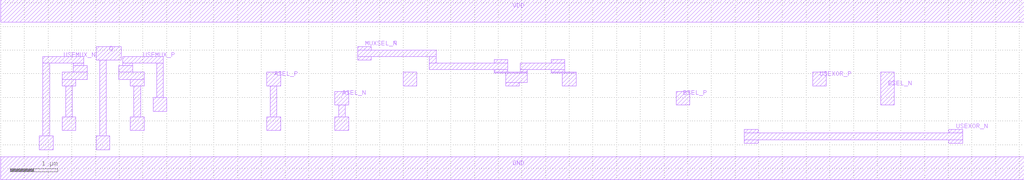
<source format=lef>
MACRO LOFTY
 CLASS CORE ;
 FOREIGN LOFTY 0 0 ;
 ORIGIN 0 0 ;
 SYMMETRY X Y R90 ;
 SITE CORE ;
  PIN VDD
   DIRECTION INOUT ;
   USE SIGNAL ;
   SHAPE ABUTMENT ;
    PORT
     CLASS CORE ;
       LAYER metal2 ;
        RECT 0.00000000 3.09000000 21.60000000 3.57000000 ;
    END
  END VDD

  PIN GND
   DIRECTION INOUT ;
   USE SIGNAL ;
   SHAPE ABUTMENT ;
    PORT
     CLASS CORE ;
       LAYER metal2 ;
        RECT 0.00000000 -0.24000000 21.60000000 0.24000000 ;
    END
  END GND

  PIN Q
   DIRECTION INOUT ;
   USE SIGNAL ;
   SHAPE ABUTMENT ;
    PORT
     CLASS CORE ;
       LAYER metal2 ;
        RECT 2.01500000 0.39500000 2.30500000 0.68500000 ;
        RECT 2.09000000 0.68500000 2.23000000 2.28500000 ;
        RECT 2.01500000 2.28500000 2.54500000 2.57500000 ;
    END
  END Q

  PIN ASEL_P
   DIRECTION INOUT ;
   USE SIGNAL ;
   SHAPE ABUTMENT ;
    PORT
     CLASS CORE ;
       LAYER metal2 ;
        RECT 5.61500000 0.80000000 5.90500000 1.09000000 ;
        RECT 5.69000000 1.09000000 5.83000000 1.74500000 ;
        RECT 5.61500000 1.74500000 5.90500000 2.03500000 ;
    END
  END ASEL_P

  PIN USEXOR_N
   DIRECTION INOUT ;
   USE SIGNAL ;
   SHAPE ABUTMENT ;
    PORT
     CLASS CORE ;
       LAYER metal2 ;
        RECT 15.69500000 0.53000000 15.98500000 0.60500000 ;
        RECT 20.01500000 0.53000000 20.30500000 0.60500000 ;
        RECT 15.69500000 0.60500000 20.30500000 0.74500000 ;
        RECT 15.69500000 0.74500000 15.98500000 0.82000000 ;
        RECT 20.01500000 0.74500000 20.30500000 0.82000000 ;
    END
  END USEXOR_N

  PIN USEMUX_N
   DIRECTION INOUT ;
   USE SIGNAL ;
   SHAPE ABUTMENT ;
    PORT
     CLASS CORE ;
       LAYER metal2 ;
        RECT 0.81500000 0.39500000 1.10500000 0.68500000 ;
        RECT 1.29500000 0.80000000 1.58500000 1.09000000 ;
        RECT 1.37000000 1.09000000 1.51000000 1.74500000 ;
        RECT 1.29500000 1.74500000 1.58500000 1.88000000 ;
        RECT 1.29500000 1.88000000 1.82500000 2.03500000 ;
        RECT 1.53500000 2.03500000 1.82500000 2.17000000 ;
        RECT 0.89000000 0.68500000 1.03000000 2.22500000 ;
        RECT 1.53500000 2.17000000 1.75000000 2.22500000 ;
        RECT 0.89000000 2.22500000 1.75000000 2.36500000 ;
    END
  END USEMUX_N

  PIN USEXOR_P
   DIRECTION INOUT ;
   USE SIGNAL ;
   SHAPE ABUTMENT ;
    PORT
     CLASS CORE ;
       LAYER metal2 ;
        RECT 8.49500000 1.74500000 8.78500000 2.03500000 ;
       LAYER metal2 ;
        RECT 17.13500000 1.74500000 17.42500000 2.03500000 ;
    END
  END USEXOR_P

  PIN ASEL_N
   DIRECTION INOUT ;
   USE SIGNAL ;
   SHAPE ABUTMENT ;
    PORT
     CLASS CORE ;
       LAYER metal2 ;
        RECT 7.05500000 0.80000000 7.34500000 1.09000000 ;
        RECT 7.13000000 1.09000000 7.27000000 1.34000000 ;
        RECT 7.05500000 1.34000000 7.34500000 1.63000000 ;
    END
  END ASEL_N

  PIN BSEL_N
   DIRECTION INOUT ;
   USE SIGNAL ;
   SHAPE ABUTMENT ;
    PORT
     CLASS CORE ;
       LAYER metal2 ;
        RECT 18.57500000 1.34000000 18.86500000 2.03500000 ;
    END
  END BSEL_N

  PIN BSEL_P
   DIRECTION INOUT ;
   USE SIGNAL ;
   SHAPE ABUTMENT ;
    PORT
     CLASS CORE ;
       LAYER metal2 ;
        RECT 14.25500000 1.34000000 14.54500000 1.63000000 ;
    END
  END BSEL_P

  PIN MUXSEL_P
   DIRECTION INOUT ;
   USE SIGNAL ;
   SHAPE ABUTMENT ;
    PORT
     CLASS CORE ;
       LAYER metal2 ;
        RECT 10.65500000 1.74500000 10.94500000 1.82000000 ;
        RECT 10.65500000 1.82000000 11.11000000 2.01500000 ;
        RECT 11.85500000 1.74500000 12.14500000 2.01500000 ;
        RECT 11.61500000 2.01500000 12.14500000 2.03500000 ;
        RECT 10.41500000 2.01500000 11.11000000 2.03500000 ;
        RECT 10.41500000 2.03500000 10.70500000 2.09000000 ;
        RECT 10.97000000 2.03500000 11.11000000 2.09000000 ;
        RECT 11.61500000 2.03500000 11.90500000 2.09000000 ;
        RECT 10.97000000 2.09000000 11.90500000 2.23000000 ;
        RECT 9.05000000 2.09000000 10.70500000 2.23000000 ;
        RECT 10.41500000 2.23000000 10.70500000 2.30500000 ;
        RECT 11.61500000 2.23000000 11.90500000 2.30500000 ;
        RECT 7.53500000 2.28500000 7.82500000 2.36000000 ;
        RECT 9.05000000 2.23000000 9.19000000 2.36000000 ;
        RECT 7.53500000 2.36000000 9.19000000 2.50000000 ;
        RECT 7.53500000 2.50000000 7.82500000 2.57500000 ;
    END
  END MUXSEL_P

  PIN USEMUX_P
   DIRECTION INOUT ;
   USE SIGNAL ;
   SHAPE ABUTMENT ;
    PORT
     CLASS CORE ;
       LAYER metal2 ;
        RECT 2.73500000 0.80000000 3.02500000 1.09000000 ;
        RECT 3.21500000 1.20500000 3.50500000 1.49500000 ;
        RECT 2.81000000 1.09000000 2.95000000 1.74500000 ;
        RECT 2.73500000 1.74500000 3.02500000 1.88000000 ;
        RECT 2.49500000 1.88000000 3.02500000 2.03500000 ;
        RECT 2.49500000 2.03500000 2.78500000 2.17000000 ;
        RECT 2.57000000 2.17000000 2.78500000 2.22500000 ;
        RECT 3.29000000 1.49500000 3.43000000 2.22500000 ;
        RECT 2.57000000 2.22500000 3.43000000 2.36500000 ;
    END
  END USEMUX_P

  PIN MUXSEL_N
   DIRECTION INOUT ;
   USE SIGNAL ;
   SHAPE ABUTMENT ;
    PORT
     CLASS CORE ;
       LAYER metal2 ;
        RECT 10.65500000 1.74500000 10.94500000 1.82000000 ;
        RECT 10.65500000 1.82000000 11.11000000 2.01500000 ;
        RECT 11.85500000 1.74500000 12.14500000 2.01500000 ;
        RECT 11.61500000 2.01500000 12.14500000 2.03500000 ;
        RECT 10.41500000 2.01500000 11.11000000 2.03500000 ;
        RECT 10.41500000 2.03500000 10.70500000 2.09000000 ;
        RECT 10.97000000 2.03500000 11.11000000 2.09000000 ;
        RECT 11.61500000 2.03500000 11.90500000 2.09000000 ;
        RECT 10.97000000 2.09000000 11.90500000 2.23000000 ;
        RECT 9.05000000 2.09000000 10.70500000 2.23000000 ;
        RECT 10.41500000 2.23000000 10.70500000 2.30500000 ;
        RECT 11.61500000 2.23000000 11.90500000 2.30500000 ;
        RECT 7.53500000 2.28500000 7.82500000 2.36000000 ;
        RECT 9.05000000 2.23000000 9.19000000 2.36000000 ;
        RECT 7.53500000 2.36000000 9.19000000 2.50000000 ;
        RECT 7.53500000 2.50000000 7.82500000 2.57500000 ;
    END
  END MUXSEL_N


END LOFTY

</source>
